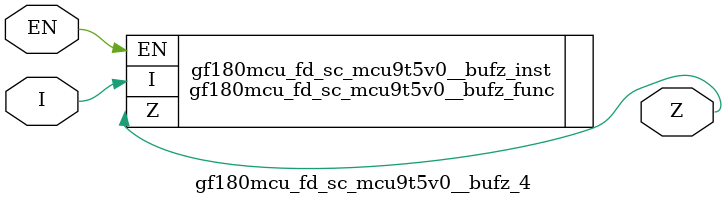
<source format=v>

`ifndef GF180MCU_FD_SC_MCU9T5V0__BUFZ_4_V
`define GF180MCU_FD_SC_MCU9T5V0__BUFZ_4_V

`include "gf180mcu_fd_sc_mcu9t5v0__bufz_func.v"

`ifdef USE_POWER_PINS
module gf180mcu_fd_sc_mcu9t5v0__bufz_4( EN, I, Z, VDD, VSS );
inout VDD, VSS;
`else // If not USE_POWER_PINS
module gf180mcu_fd_sc_mcu9t5v0__bufz_4( EN, I, Z );
`endif // If not USE_POWER_PINS
input EN, I;
output Z;

`ifdef USE_POWER_PINS
  gf180mcu_fd_sc_mcu9t5v0__bufz_func gf180mcu_fd_sc_mcu9t5v0__bufz_inst(.EN(EN),.I(I),.Z(Z),.VDD(VDD),.VSS(VSS));
`else // If not USE_POWER_PINS
  gf180mcu_fd_sc_mcu9t5v0__bufz_func gf180mcu_fd_sc_mcu9t5v0__bufz_inst(.EN(EN),.I(I),.Z(Z));
`endif // If not USE_POWER_PINS

`ifndef FUNCTIONAL
	// spec_gates_begin


	// spec_gates_end



   specify

	// specify_block_begin

	// comb arc EN --> Z
	 (EN => Z) = (1.0,1.0);

	// comb arc I --> Z
	 (I => Z) = (1.0,1.0);

	// specify_block_end

   endspecify

   `endif

endmodule
`endif // GF180MCU_FD_SC_MCU9T5V0__BUFZ_4_V

</source>
